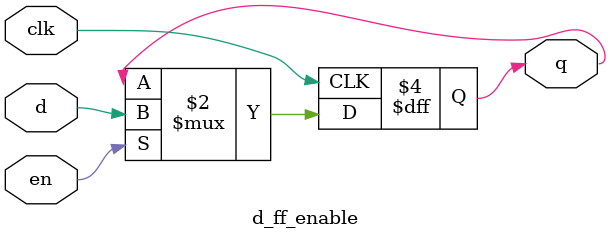
<source format=v>

module d_ff_enable(

    input clk,
    input en,
    input d ,
    output reg q

);

always @(posedge clk) begin
    
    if(en) begin
        
        q <= d;

    end
end

endmodule
</source>
